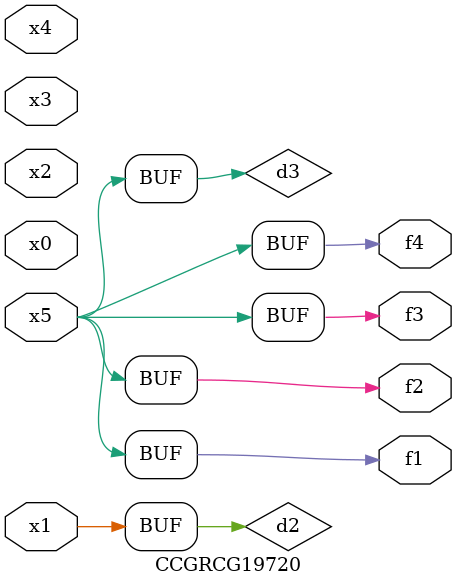
<source format=v>
module CCGRCG19720(
	input x0, x1, x2, x3, x4, x5,
	output f1, f2, f3, f4
);

	wire d1, d2, d3;

	not (d1, x5);
	or (d2, x1);
	xnor (d3, d1);
	assign f1 = d3;
	assign f2 = d3;
	assign f3 = d3;
	assign f4 = d3;
endmodule

</source>
